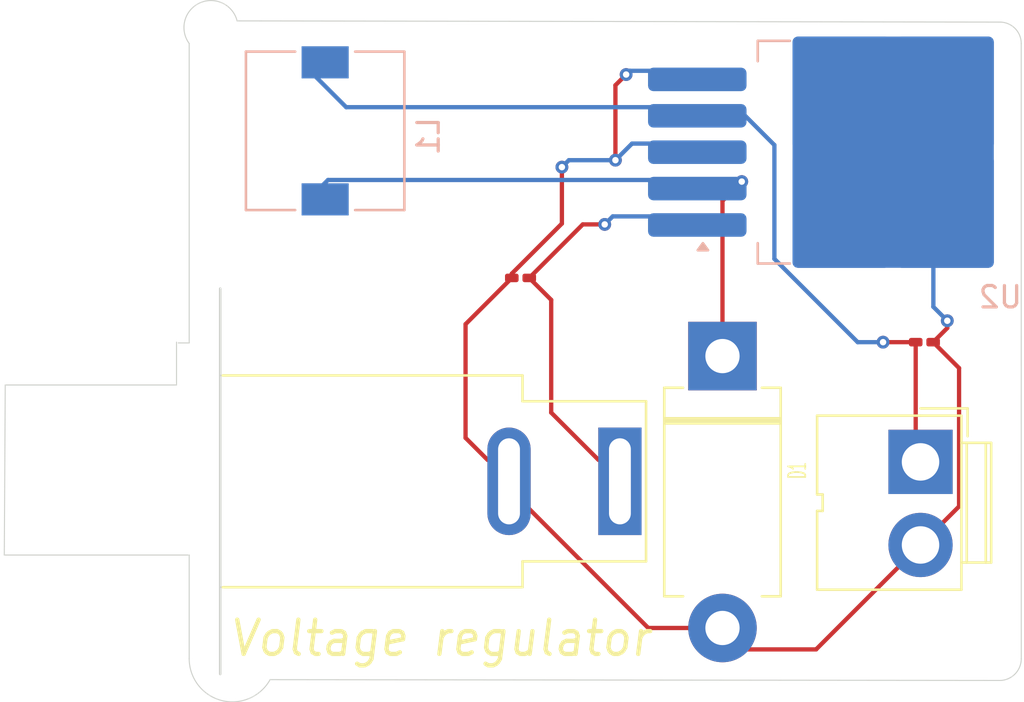
<source format=kicad_pcb>
(kicad_pcb (version 20240108) (generator "pcbnew") (generator_version "8.0")
  (layers (0 "F.Cu" signal) (31 "B.Cu" signal) (34 "B.Paste" user) (35 "F.Paste" user) (36 "B.SilkS" user "B.Silkscreen") (37 "F.SilkS" user "F.Silkscreen") (38 "B.Mask" user) (39 "F.Mask" user) (44 "Edge.Cuts" user))
  (net 0 "")
  (net 1 "+12V")
  (net 2 "GND")
  (net 3 "Net-(J2-Pin_1)")
  (net 4 "Net-(D1-K)")
  (footprint "Diode_THT:D_DO-201AD_P12.70mm_Horizontal" (layer "F.Cu") (at 189.5 98.15 -90)
    (property "Reference" "D1" (at 5.35 -3.5 90) (layer "F.SilkS") (effects (font (size 0.8 0.4) (thickness 0.08) (bold yes))))
    (property "Value" "1N5821")
    (fp_line (start 1.48 2.72) (end 11.22 2.72) (stroke (width 0.12)) (layer "F.SilkS"))
    (fp_line (start 11.22 2.72) (end 11.22 1.84) (stroke (width 0.12)) (layer "F.SilkS"))
    (fp_line (start 1.48 1.84) (end 1.48 2.72) (stroke (width 0.12)) (layer "F.SilkS"))
    (fp_line (start 1.48 -1.84) (end 1.48 -2.72) (stroke (width 0.12)) (layer "F.SilkS"))
    (fp_line (start 1.48 -2.72) (end 11.22 -2.72) (stroke (width 0.12)) (layer "F.SilkS"))
    (fp_line (start 2.905 -2.72) (end 2.905 2.72) (stroke (width 0.12)) (layer "F.SilkS"))
    (fp_line (start 3.025 -2.72) (end 3.025 2.72) (stroke (width 0.12)) (layer "F.SilkS"))
    (fp_line (start 3.145 -2.72) (end 3.145 2.72) (stroke (width 0.12)) (layer "F.SilkS"))
    (fp_line (start 11.22 -2.72) (end 11.22 -1.84) (stroke (width 0.12)) (layer "F.SilkS"))
    (pad "1" thru_hole rect (at 0 0 270) (size 3.2 3.2) (drill 1.6) (layers "*.Cu" "*.Mask") (net 4 "Net-(D1-K)"))
    (pad "2" thru_hole oval (at 12.7 0 270) (size 3.2 3.2) (drill 1.6) (layers "*.Cu" "*.Mask") (net 2 "GND"))
  )
  (footprint "Connector:JWT_A3963_1x02_P3.96mm_Vertical" (layer "F.Cu") (at 198.75 103.0925 -90)
    (property "Reference" "J2" (hide yes))
    (property "Value" "Conn_01x02_Pin")
    (fp_line (start 1.52 4.83) (end -2.16 4.83) (stroke (width 0.12)) (layer "F.SilkS"))
    (fp_line (start 1.52 4.83) (end 1.52 4.57) (stroke (width 0.12)) (layer "F.SilkS"))
    (fp_line (start 2.29 4.83) (end 5.97 4.83) (stroke (width 0.12)) (layer "F.SilkS"))
    (fp_line (start 5.97 4.83) (end 5.97 0) (stroke (width 0.12)) (layer "F.SilkS"))
    (fp_line (start 1.52 4.57) (end 2.29 4.57) (stroke (width 0.12)) (layer "F.SilkS"))
    (fp_line (start 2.29 4.57) (end 2.29 4.83) (stroke (width 0.12)) (layer "F.SilkS"))
    (fp_line (start -2.16 0) (end -2.16 4.83) (stroke (width 0.12)) (layer "F.SilkS"))
    (fp_line (start -2.16 -1.91) (end -2.16 0) (stroke (width 0.12)) (layer "F.SilkS"))
    (fp_line (start -2.16 -1.91) (end 5.97 -1.91) (stroke (width 0.12)) (layer "F.SilkS"))
    (fp_line (start -0.89 -1.91) (end -0.89 -3.3) (stroke (width 0.12)) (layer "F.SilkS"))
    (fp_line (start 4.7 -1.91) (end 4.7 -3.3) (stroke (width 0.12)) (layer "F.SilkS"))
    (fp_line (start 5.97 -1.91) (end 5.97 0) (stroke (width 0.12)) (layer "F.SilkS"))
    (fp_line (start -0.89 -2.16) (end 4.7 -2.16) (stroke (width 0.12)) (layer "F.SilkS"))
    (fp_line (start -2.5 -2.2) (end -2.5 0) (stroke (width 0.12)) (layer "F.SilkS"))
    (fp_line (start -1.2 -2.2) (end -2.5 -2.2) (stroke (width 0.12)) (layer "F.SilkS"))
    (fp_line (start -0.89 -3.05) (end 4.7 -3.05) (stroke (width 0.12)) (layer "F.SilkS"))
    (fp_line (start -0.89 -3.3) (end 4.7 -3.3) (stroke (width 0.12)) (layer "F.SilkS"))
    (pad "1" thru_hole rect (at 0 0 270) (size 3 3) (drill 1.75) (layers "*.Cu" "*.Mask") (net 3 "Net-(J2-Pin_1)"))
    (pad "2" thru_hole circle (at 3.88 0 270) (size 3 3) (drill 1.75) (layers "*.Cu" "*.Mask") (net 2 "GND"))
  )
  (footprint "Capacitor_SMD:C_0201_0603Metric_Pad0.64x0.40mm_HandSolder" (layer "F.Cu") (at 198.9325 97.5)
    (property "Reference" "C2" (hide yes))
    (property "Value" "C")
    (pad "1" smd roundrect (at -0.4075 0) (size 0.635 0.4) (layers "F.Cu" "F.Mask") (net 3 "Net-(J2-Pin_1)"))
    (pad "2" smd roundrect (at 0.4075 0) (size 0.635 0.4) (layers "F.Cu" "F.Mask") (net 2 "GND"))
  )
  (footprint "Capacitor_SMD:C_0201_0603Metric_Pad0.64x0.40mm_HandSolder" (layer "F.Cu") (at 180.0675 94.5 180)
    (property "Reference" "C1" (hide yes))
    (property "Value" "C")
    (pad "1" smd roundrect (at -0.4075 0 180) (size 0.635 0.4) (layers "F.Cu" "F.Mask") (net 1 "+12V"))
    (pad "2" smd roundrect (at 0.4075 0 180) (size 0.635 0.4) (layers "F.Cu" "F.Mask") (net 2 "GND"))
  )
  (footprint "Connector_BarrelJack:BarrelJack_SwitchcraftConxall_RAPC10U_Horizontal" (layer "F.Cu") (at 184.71 104)
    (property "Reference" "J1" (hide yes))
    (property "Value" "Jack-DC")
    (fp_line (start -18.55 4.945) (end -4.55 4.945) (stroke (width 0.12)) (layer "F.SilkS"))
    (fp_line (start -4.55 -4.945) (end -18.55 -4.945) (stroke (width 0.12)) (layer "F.SilkS"))
    (fp_line (start -4.55 -3.74) (end -4.55 -4.945) (stroke (width 0.12)) (layer "F.SilkS"))
    (fp_line (start -4.55 3.74) (end 1.22 3.74) (stroke (width 0.12)) (layer "F.SilkS"))
    (fp_line (start -4.55 4.945) (end -4.55 3.74) (stroke (width 0.12)) (layer "F.SilkS"))
    (fp_line (start 1.22 -3.74) (end -4.55 -3.74) (stroke (width 0.12)) (layer "F.SilkS"))
    (fp_line (start 1.22 3.74) (end 1.22 -3.74) (stroke (width 0.12)) (layer "F.SilkS"))
    (fp_line (start -18.67 -9) (end -18.67 9) (stroke (width 0.12)) (layer "Edge.Cuts"))
    (pad "1" thru_hole rect (at 0 0) (size 2.02 5.02) (drill oval 1.02 4.02) (layers "*.Cu" "*.Mask") (net 1 "+12V"))
    (pad "2" thru_hole oval (at -5.18 0) (size 2.02 5.02) (drill oval 1.02 4.02) (layers "*.Cu" "*.Mask") (net 2 "GND"))
  )
  (footprint "Package_TO_SOT_SMD:TO-263-5_TabPin3" (layer "B.Cu") (at 195.973 88.627)
    (property "Reference" "U2" (at 6.505 6.771 0) (layer "B.SilkS") (effects (justify mirror)))
    (property "Value" "LM2596S-ADJ" (hide yes))
    (fp_line (start -4.825 -5.2) (end -3.325 -5.2) (stroke (width 0.12)) (layer "B.SilkS"))
    (fp_line (start -4.825 -4.25) (end -4.825 -5.2) (stroke (width 0.12)) (layer "B.SilkS"))
    (fp_line (start -4.825 4.25) (end -4.825 5.2) (stroke (width 0.12)) (layer "B.SilkS"))
    (fp_line (start -4.825 5.2) (end -3.325 5.2) (stroke (width 0.12)) (layer "B.SilkS"))
    (fp_poly (pts (xy -7.3875 4.25) (xy -7.6275 4.58) (xy -7.1475 4.58) (xy -7.3875 4.25)) (stroke (width 0.12)) (fill solid) (layer "B.SilkS"))
    (pad "1" smd roundrect (at -7.65 3.4) (size 4.6 1.1) (layers "B.Cu" "B.Paste" "B.Mask") (roundrect_rratio 0.227273) (net 1 "+12V"))
    (pad "2" smd roundrect (at -7.65 1.7) (size 4.6 1.1) (layers "B.Cu" "B.Paste" "B.Mask") (roundrect_rratio 0.227273) (net 4 "Net-(D1-K)"))
    (pad "3" smd roundrect (at -7.65 0) (size 4.6 1.1) (layers "B.Cu" "B.Paste" "B.Mask") (roundrect_rratio 0.227273) (net 2 "GND"))
    (pad "3" smd roundrect (at -0.925 -2.775) (size 4.55 5.25) (layers "B.Cu" "B.Paste") (roundrect_rratio 0.054945) (net 2 "GND"))
    (pad "3" smd roundrect (at -0.925 2.775) (size 4.55 5.25) (layers "B.Cu" "B.Paste") (roundrect_rratio 0.054945) (net 2 "GND"))
    (pad "3" smd roundrect (at 1.5 0) (size 9.4 10.8) (layers "B.Cu" "B.Mask") (roundrect_rratio 0.026596) (net 2 "GND"))
    (pad "3" smd roundrect (at 3.925 -2.775) (size 4.55 5.25) (layers "B.Cu" "B.Paste") (roundrect_rratio 0.054945) (net 2 "GND"))
    (pad "3" smd roundrect (at 3.925 2.775) (size 4.55 5.25) (layers "B.Cu" "B.Paste") (roundrect_rratio 0.054945) (net 2 "GND"))
    (pad "4" smd roundrect (at -7.65 -1.7) (size 4.6 1.1) (layers "B.Cu" "B.Paste" "B.Mask") (roundrect_rratio 0.227273) (net 3 "Net-(J2-Pin_1)"))
    (pad "5" smd roundrect (at -7.65 -3.4) (size 4.6 1.1) (layers "B.Cu" "B.Paste" "B.Mask") (roundrect_rratio 0.227273) (net 2 "GND"))
  )
  (footprint "Inductor_SMD:L_7.3x7.3_H3.5" (layer "B.Cu") (at 170.942 87.63 90)
    (property "Reference" "L1" (at -0.254 4.826 90) (layer "B.SilkS") (effects (justify mirror)))
    (property "Value" "L")
    (fp_line (start 3.7 -3.7) (end 3.7 -1.4) (stroke (width 0.12)) (layer "B.SilkS"))
    (fp_line (start -3.7 -3.7) (end 3.7 -3.7) (stroke (width 0.12)) (layer "B.SilkS"))
    (fp_line (start -3.7 -1.4) (end -3.7 -3.7) (stroke (width 0.12)) (layer "B.SilkS"))
    (fp_line (start 3.7 1.4) (end 3.7 3.7) (stroke (width 0.12)) (layer "B.SilkS"))
    (fp_line (start 3.7 3.7) (end -3.7 3.7) (stroke (width 0.12)) (layer "B.SilkS"))
    (fp_line (start -3.7 3.7) (end -3.7 1.4) (stroke (width 0.12)) (layer "B.SilkS"))
    (pad "1" smd rect (at -3.2 0 90) (size 1.5 2.2) (layers "B.Cu" "B.Paste" "B.Mask") (net 4 "Net-(D1-K)"))
    (pad "2" smd rect (at 3.2 0 90) (size 1.5 2.2) (layers "B.Cu" "B.Paste" "B.Mask") (net 3 "Net-(J2-Pin_1)"))
  )
  (gr_line (start 164.084 97.536) (end 164.592 97.536) (stroke (width 0.05)) (layer "Edge.Cuts"))
  (gr_line (start 155.956 107.442) (end 164.592 107.442) (stroke (width 0.05)) (layer "Edge.Cuts"))
  (gr_line (start 156 99.5) (end 164 99.5) (stroke (width 0.05)) (layer "Edge.Cuts"))
  (gr_line (start 166.829671 82.493695) (end 202.499951 82.551056) (stroke (width 0.05)) (layer "Edge.Cuts"))
  (gr_line (start 164 99.5) (end 164 97.5) (stroke (width 0.05)) (layer "Edge.Cuts"))
  (gr_line (start 203.454 83.55) (end 203.455903 112.283998) (stroke (width 0.05)) (layer "Edge.Cuts"))
  (gr_arc (start 164.592001 83.549999) (mid 165.06993 81.664154) (end 166.829671 82.493695) (stroke (width 0.05)) (layer "Edge.Cuts"))
  (gr_line (start 202.5 113.301202) (end 168.370535 113.262635) (stroke (width 0.05)) (layer "Edge.Cuts"))
  (gr_arc (start 168.370535 113.262635) (mid 166.102537 114.235605) (end 164.592 112.284) (stroke (width 0.05)) (layer "Edge.Cuts"))
  (gr_line (start 164.592 112.284) (end 164.592 107.442) (stroke (width 0.05)) (layer "Edge.Cuts"))
  (gr_line (start 164.592 97.536) (end 164.592 83.55) (stroke (width 0.05)) (layer "Edge.Cuts"))
  (gr_arc (start 203.455903 112.283998) (mid 203.179716 112.982205) (end 202.5 113.301201) (stroke (width 0.05)) (layer "Edge.Cuts"))
  (gr_line (start 156 99.5) (end 155.956 107.442) (stroke (width 0.05)) (layer "Edge.Cuts"))
  (gr_arc (start 202.499951 82.551056) (mid 203.177171 82.85933) (end 203.454 83.55) (stroke (width 0.05)) (layer "Edge.Cuts"))
  (gr_text "Voltage regulator" (at 166.37 112.268 0) (layer "F.SilkS") (effects (font (size 1.6 1.5) (thickness 0.2) (bold yes) (italic yes)) (justify left bottom)))
  (segment (start 181.5 95.525) (end 180.475 94.5) (width 0.2) (layer "F.Cu") (net 1))
  (segment (start 184 92) (end 182.975 92) (width 0.2) (layer "F.Cu") (net 1))
  (segment (start 181.5 100.79) (end 181.5 95.525) (width 0.2) (layer "F.Cu") (net 1))
  (segment (start 182.975 92) (end 180.475 94.5) (width 0.2) (layer "F.Cu") (net 1))
  (segment (start 183.71 103) (end 181.5 100.79) (width 0.2) (layer "F.Cu") (net 1))
  (via (at 184 92) (size 0.6) (drill 0.3) (layers "F.Cu" "B.Cu") (net 1))
  (segment (start 184.375 91.625) (end 184 92) (width 0.2) (layer "B.Cu") (net 1))
  (segment (start 187.775 91.625) (end 184.375 91.625) (width 0.2) (layer "B.Cu") (net 1))
  (segment (start 177.5 96.66) (end 179.66 94.5) (width 0.2) (layer "F.Cu") (net 2))
  (segment (start 186.034 110.85) (end 189.5 110.85) (width 0.2) (layer "F.Cu") (net 2))
  (segment (start 179.03 103.846) (end 186.034 110.85) (width 0.2) (layer "F.Cu") (net 2))
  (segment (start 179.66 94.5) (end 179.66 94.300001) (width 0.2) (layer "F.Cu") (net 2))
  (segment (start 200 96.84) (end 199.34 97.5) (width 0.2) (layer "F.Cu") (net 2))
  (segment (start 182 91.960001) (end 182 89.325) (width 0.2) (layer "F.Cu") (net 2))
  (segment (start 193.8725 111.85) (end 198.75 106.9725) (width 0.2) (layer "F.Cu") (net 2))
  (segment (start 178.53 103) (end 177.5 101.97) (width 0.2) (layer "F.Cu") (net 2))
  (segment (start 177.5 101.97) (end 177.5 96.66) (width 0.2) (layer "F.Cu") (net 2))
  (segment (start 189.5 111.85) (end 193.8725 111.85) (width 0.2) (layer "F.Cu") (net 2))
  (segment (start 200.55 105.1725) (end 200.55 98.71) (width 0.2) (layer "F.Cu") (net 2))
  (segment (start 179.03 103) (end 179.03 103.846) (width 0.2) (layer "F.Cu") (net 2))
  (segment (start 200 96.5) (end 200 96.84) (width 0.2) (layer "F.Cu") (net 2))
  (segment (start 198.75 106.9725) (end 200.55 105.1725) (width 0.2) (layer "F.Cu") (net 2))
  (segment (start 184.5 85.5) (end 184.5 89) (width 0.2) (layer "F.Cu") (net 2))
  (segment (start 185 85) (end 184.5 85.5) (width 0.2) (layer "F.Cu") (net 2))
  (segment (start 179.66 94.300001) (end 182 91.960001) (width 0.2) (layer "F.Cu") (net 2))
  (segment (start 200.55 98.71) (end 199.34 97.5) (width 0.2) (layer "F.Cu") (net 2))
  (via (at 200 96.5) (size 0.6) (drill 0.3) (layers "F.Cu" "B.Cu") (net 2))
  (via (at 184.5 89) (size 0.6) (drill 0.3) (layers "F.Cu" "B.Cu") (net 2))
  (via (at 185 85) (size 0.6) (drill 0.3) (layers "F.Cu" "B.Cu") (net 2))
  (via (at 182 89.325) (size 0.6) (drill 0.3) (layers "F.Cu" "B.Cu") (net 2))
  (segment (start 185.275 88.225) (end 187.775 88.225) (width 0.2) (layer "B.Cu") (net 2))
  (segment (start 187.775 84.825) (end 185.175 84.825) (width 0.2) (layer "B.Cu") (net 2))
  (segment (start 199.35 91) (end 199.35 95.85) (width 0.2) (layer "B.Cu") (net 2))
  (segment (start 182.325 89) (end 182 89.325) (width 0.2) (layer "B.Cu") (net 2))
  (segment (start 199.35 95.85) (end 200 96.5) (width 0.2) (layer "B.Cu") (net 2))
  (segment (start 184.5 89) (end 185.275 88.225) (width 0.2) (layer "B.Cu") (net 2))
  (segment (start 185.175 84.825) (end 185 85) (width 0.2) (layer "B.Cu") (net 2))
  (segment (start 184.5 89) (end 182.325 89) (width 0.2) (layer "B.Cu") (net 2))
  (segment (start 198.525 102.8675) (end 198.525 97.5) (width 0.2) (layer "F.Cu") (net 3))
  (segment (start 198.75 103.0925) (end 198.525 102.8675) (width 0.2) (layer "F.Cu") (net 3))
  (segment (start 197 97.5) (end 198.525 97.5) (width 0.2) (layer "F.Cu") (net 3))
  (via (at 197 97.5) (size 0.6) (drill 0.3) (layers "F.Cu" "B.Cu") (net 3))
  (segment (start 195.815256 97.5) (end 197 97.5) (width 0.2) (layer "B.Cu") (net 3))
  (segment (start 171.925 86.525) (end 190.157 86.525) (width 0.2) (layer "B.Cu") (net 3))
  (segment (start 191.925 88.293) (end 191.925 93.609744) (width 0.2) (layer "B.Cu") (net 3))
  (segment (start 191.925 93.609744) (end 195.815256 97.5) (width 0.2) (layer "B.Cu") (net 3))
  (segment (start 170 84.6) (end 171.925 86.525) (width 0.2) (layer "B.Cu") (net 3))
  (segment (start 190.157 86.525) (end 191.925 88.293) (width 0.2) (layer "B.Cu") (net 3))
  (segment (start 190.4 90) (end 189.5 90.9) (width 0.2) (layer "F.Cu") (net 4))
  (segment (start 189.5 90.9) (end 189.5 99.15) (width 0.2) (layer "F.Cu") (net 4))
  (via (at 190.4 90) (size 0.6) (drill 0.3) (layers "F.Cu" "B.Cu") (net 4))
  (segment (start 171.075 89.925) (end 170 91) (width 0.2) (layer "B.Cu") (net 4))
  (segment (start 190.325 89.925) (end 190.4 90) (width 0.2) (layer "B.Cu") (net 4))
  (segment (start 187.775 89.925) (end 171.075 89.925) (width 0.2) (layer "B.Cu") (net 4))
  (segment (start 187.775 89.925) (end 190.325 89.925) (width 0.2) (layer "B.Cu") (net 4))
)
</source>
